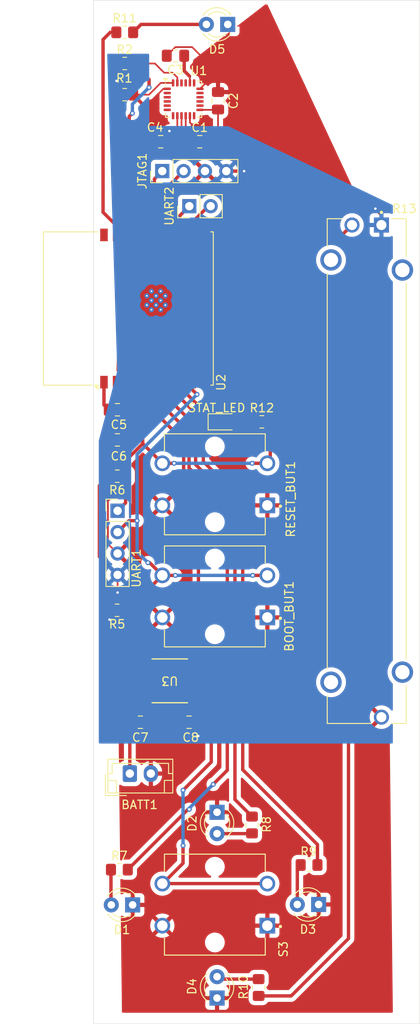
<source format=kicad_pcb>
(kicad_pcb (version 20241229) (generator "pcbnew") (generator_version "9.0")
  (layers (0 "F.Cu" signal) (2 "B.Cu" signal) (13 "F.Paste" user) (15 "B.Paste" user) (5 "F.SilkS" user "F.Silkscreen") (7 "B.SilkS" user "B.Silkscreen") (1 "F.Mask" user) (3 "B.Mask" user) (25 "Edge.Cuts" user))
  (net 0 "")
  (net 1 "GND")
  (net 2 "Net-(U1-REGOUT)")
  (net 3 "-3V3")
  (net 4 "Net-(U1-CPOUT)")
  (net 5 "/BAT+")
  (net 6 "Net-(D1-A)")
  (net 7 "Net-(D2-A)")
  (net 8 "Net-(D3-A)")
  (net 9 "Net-(D4-A)")
  (net 10 "Net-(D5-A)")
  (net 11 "Net-(STAT_LED1-A)")
  (net 12 "/D+")
  (net 13 "/D-")
  (net 14 "/SDA")
  (net 15 "/SCL")
  (net 17 "/BOOT")
  (net 18 "/RESET")
  (net 19 "/LED1")
  (net 20 "/LED2")
  (net 21 "/LED3")
  (net 22 "/LED4")
  (net 23 "/IRLED")
  (net 36 "/SEL")
  (net 38 "/IO20{slash}RXD")
  (net 39 "/POT")
  (net 40 "/IO21{slash}TXD")
  (footprint "LED_SMD:LED_0805_2012Metric_Pad1.15x1.40mm_HandSolder" (layer "F.Cu") (at 104.875 79.76)
    (property "Reference" "STAT_LED" (at -0.835 -1.66 0) (layer "F.SilkS"))
    (property "Value" "D6")
    (pad "1" smd roundrect (at -1.025 0) (size 1.15 1.4) (layers "F.Cu" "F.Mask" "F.Paste") (roundrect_rratio 0.217391) (net 1 "GND"))
    (pad "2" smd roundrect (at 1.025 0) (size 1.15 1.4) (layers "F.Cu" "F.Mask" "F.Paste") (roundrect_rratio 0.217391) (net 11 "Net-(STAT_LED1-A)"))
  )
  (footprint "Resistor_SMD:R_0805_2012Metric_Pad1.20x1.40mm_HandSolder" (layer "F.Cu") (at 109.41 79.76)
    (property "Reference" "R12" (at 0 -1.65 0) (layer "F.SilkS"))
    (property "Value" "330")
    (pad "1" smd roundrect (at -1 0) (size 1.2 1.4) (layers "F.Cu" "F.Mask" "F.Paste") (roundrect_rratio 0.208333) (net 11 "Net-(STAT_LED1-A)"))
    (pad "2" smd roundrect (at 1 0) (size 1.2 1.4) (layers "F.Cu" "F.Mask" "F.Paste") (roundrect_rratio 0.208333) (net 18 "/RESET"))
  )
  (footprint "Resistor_SMD:R_0805_2012Metric_Pad1.20x1.40mm_HandSolder" (layer "F.Cu") (at 92.451695 132.988227)
    (property "Reference" "R7" (at 0 -1.65 0) (layer "F.SilkS"))
    (property "Value" "330")
    (pad "1" smd roundrect (at -1 0) (size 1.2 1.4) (layers "F.Cu" "F.Mask" "F.Paste") (roundrect_rratio 0.208333) (net 6 "Net-(D1-A)"))
    (pad "2" smd roundrect (at 1 0) (size 1.2 1.4) (layers "F.Cu" "F.Mask" "F.Paste") (roundrect_rratio 0.208333) (net 19 "/LED1"))
  )
  (footprint "Capacitor_SMD:C_0805_2012Metric_Pad1.18x1.45mm_HandSolder" (layer "F.Cu") (at 104.193201 41.593802 90)
    (property "Reference" "C2" (at -0.016288 1.840574 90) (layer "F.SilkS"))
    (property "Value" "0.1uF")
    (pad "1" smd roundrect (at -1.0375 0 90) (size 1.175 1.45) (layers "F.Cu" "F.Mask" "F.Paste") (roundrect_rratio 0.212766) (net 3 "-3V3"))
    (pad "2" smd roundrect (at 1.0375 0 90) (size 1.175 1.45) (layers "F.Cu" "F.Mask" "F.Paste") (roundrect_rratio 0.212766) (net 1 "GND"))
  )
  (footprint "Resistor_SMD:R_0805_2012Metric_Pad1.20x1.40mm_HandSolder" (layer "F.Cu") (at 92.2 86.22 180)
    (property "Reference" "R6" (at 0 -1.65 0) (layer "F.SilkS"))
    (property "Value" "10k")
    (pad "1" smd roundrect (at -1 0 180) (size 1.2 1.4) (layers "F.Cu" "F.Mask" "F.Paste") (roundrect_rratio 0.208333) (net 18 "/RESET"))
    (pad "2" smd roundrect (at 1 0 180) (size 1.2 1.4) (layers "F.Cu" "F.Mask" "F.Paste") (roundrect_rratio 0.208333) (net 3 "-3V3"))
  )
  (footprint "Sensor_Motion:InvenSense_QFN-24_4x4mm_P0.5mm" (layer "F.Cu") (at 100.097607 41.422409)
    (property "Reference" "U1" (at 1.80988 -3.400533 0) (layer "F.SilkS"))
    (property "Value" "MPU-6050")
    (pad "1" smd roundrect (at -1.95 -1.25) (size 0.85 0.3) (layers "F.Cu" "F.Mask" "F.Paste") (net 1 "GND"))
    (pad "2" smd roundrect (at -1.95 -0.75) (size 0.85 0.3) (layers "F.Cu" "F.Mask" "F.Paste"))
    (pad "3" smd roundrect (at -1.95 -0.25) (size 0.85 0.3) (layers "F.Cu" "F.Mask" "F.Paste"))
    (pad "4" smd roundrect (at -1.95 0.25) (size 0.85 0.3) (layers "F.Cu" "F.Mask" "F.Paste"))
    (pad "5" smd roundrect (at -1.95 0.75) (size 0.85 0.3) (layers "F.Cu" "F.Mask" "F.Paste"))
    (pad "6" smd roundrect (at -1.95 1.25) (size 0.85 0.3) (layers "F.Cu" "F.Mask" "F.Paste"))
    (pad "7" smd roundrect (at -1.25 1.95 90) (size 0.85 0.3) (layers "F.Cu" "F.Mask" "F.Paste"))
    (pad "8" smd roundrect (at -0.75 1.95 90) (size 0.85 0.3) (layers "F.Cu" "F.Mask" "F.Paste") (net 3 "-3V3"))
    (pad "9" smd roundrect (at -0.25 1.95 90) (size 0.85 0.3) (layers "F.Cu" "F.Mask" "F.Paste") (net 1 "GND"))
    (pad "10" smd roundrect (at 0.25 1.95 90) (size 0.85 0.3) (layers "F.Cu" "F.Mask" "F.Paste") (net 2 "Net-(U1-REGOUT)"))
    (pad "11" smd roundrect (at 0.75 1.95 90) (size 0.85 0.3) (layers "F.Cu" "F.Mask" "F.Paste") (net 1 "GND"))
    (pad "12" smd roundrect (at 1.25 1.95 90) (size 0.85 0.3) (layers "F.Cu" "F.Mask" "F.Paste"))
    (pad "13" smd roundrect (at 1.95 1.25) (size 0.85 0.3) (layers "F.Cu" "F.Mask" "F.Paste") (net 3 "-3V3"))
    (pad "14" smd roundrect (at 1.95 0.75) (size 0.85 0.3) (layers "F.Cu" "F.Mask" "F.Paste"))
    (pad "15" smd roundrect (at 1.95 0.25) (size 0.85 0.3) (layers "F.Cu" "F.Mask" "F.Paste"))
    (pad "16" smd roundrect (at 1.95 -0.25) (size 0.85 0.3) (layers "F.Cu" "F.Mask" "F.Paste"))
    (pad "17" smd roundrect (at 1.95 -0.75) (size 0.85 0.3) (layers "F.Cu" "F.Mask" "F.Paste"))
    (pad "18" smd roundrect (at 1.95 -1.25) (size 0.85 0.3) (layers "F.Cu" "F.Mask" "F.Paste") (net 1 "GND"))
    (pad "19" smd roundrect (at 1.25 -1.95 90) (size 0.85 0.3) (layers "F.Cu" "F.Mask" "F.Paste"))
    (pad "20" smd roundrect (at 0.75 -1.95 90) (size 0.85 0.3) (layers "F.Cu" "F.Mask" "F.Paste") (net 4 "Net-(U1-CPOUT)"))
    (pad "21" smd roundrect (at 0.25 -1.95 90) (size 0.85 0.3) (layers "F.Cu" "F.Mask" "F.Paste"))
    (pad "22" smd roundrect (at -0.25 -1.95 90) (size 0.85 0.3) (layers "F.Cu" "F.Mask" "F.Paste"))
    (pad "23" smd roundrect (at -0.75 -1.95 90) (size 0.85 0.3) (layers "F.Cu" "F.Mask" "F.Paste") (net 15 "/SCL"))
    (pad "24" smd roundrect (at -1.25 -1.95 90) (size 0.85 0.3) (layers "F.Cu" "F.Mask" "F.Paste") (net 14 "/SDA"))
    (zone (net 0) (net_name "") (layer "F.Cu") (connect_pads (clearance 0)) (min_thickness 0.254)
      (keepout (tracks not_allowed) (vias not_allowed) (pads not_allowed) (copperpour not_allowed) (footprints allowed))
      (fill (thermal_gap 0.508) (thermal_bridge_width 0.508))
      (polygon (pts (xy 98.722607 40.097409) (xy 101.472607 40.097409) (xy 101.472607 42.747409) (xy 98.722607 42.747409)))
    )
  )
  (footprint "Capacitor_SMD:C_0805_2012Metric_Pad1.18x1.45mm_HandSolder" (layer "F.Cu") (at 97.37 46.46218 180)
    (property "Reference" "C4" (at 0.67 1.70218 0) (layer "F.SilkS"))
    (property "Value" "10nF")
    (pad "1" smd roundrect (at -1.0375 0 180) (size 1.175 1.45) (layers "F.Cu" "F.Mask" "F.Paste") (roundrect_rratio 0.212766) (net 3 "-3V3"))
    (pad "2" smd roundrect (at 1.0375 0 180) (size 1.175 1.45) (layers "F.Cu" "F.Mask" "F.Paste") (roundrect_rratio 0.212766) (net 1 "GND"))
  )
  (footprint "Capacitor_SMD:C_0805_2012Metric_Pad1.18x1.45mm_HandSolder" (layer "F.Cu") (at 92.22 78.32)
    (property "Reference" "C5" (at 0.1725 1.776387 0) (layer "F.SilkS"))
    (property "Value" "10uF")
    (pad "1" smd roundrect (at -1.0375 0) (size 1.175 1.45) (layers "F.Cu" "F.Mask" "F.Paste") (roundrect_rratio 0.212766) (net 3 "-3V3"))
    (pad "2" smd roundrect (at 1.0375 0) (size 1.175 1.45) (layers "F.Cu" "F.Mask" "F.Paste") (roundrect_rratio 0.212766) (net 1 "GND"))
  )
  (footprint "Resistor_SMD:R_0805_2012Metric_Pad1.20x1.40mm_HandSolder" (layer "F.Cu") (at 108.236042 127.678607 90)
    (property "Reference" "R8" (at 0.069376 1.734393 90) (layer "F.SilkS"))
    (property "Value" "330")
    (pad "1" smd roundrect (at -1 0 90) (size 1.2 1.4) (layers "F.Cu" "F.Mask" "F.Paste") (roundrect_rratio 0.208333) (net 7 "Net-(D2-A)"))
    (pad "2" smd roundrect (at 1 0 90) (size 1.2 1.4) (layers "F.Cu" "F.Mask" "F.Paste") (roundrect_rratio 0.208333) (net 20 "/LED2"))
  )
  (footprint "Lin_Volt_Reg_foot:AP2112M-3.3TRG1_DIO" (layer "F.Cu") (at 98.448938 110.545101 180)
    (property "Reference" "U3" (at 0 0 180) (layer "F.SilkS"))
    (property "Value" "LDO_3.3")
    (pad "1" smd rect (at -2.6924 -1.905 180) (size 1.4224 0.5588) (layers "F.Cu" "F.Mask" "F.Paste") (net 3 "-3V3"))
    (pad "2" smd rect (at -2.6924 -0.635 180) (size 1.4224 0.5588) (layers "F.Cu" "F.Mask" "F.Paste"))
    (pad "3" smd rect (at -2.6924 0.635 180) (size 1.4224 0.5588) (layers "F.Cu" "F.Mask" "F.Paste"))
    (pad "4" smd rect (at -2.6924 1.905 180) (size 1.4224 0.5588) (layers "F.Cu" "F.Mask" "F.Paste"))
    (pad "5" smd rect (at 2.6924 1.905 180) (size 1.4224 0.5588) (layers "F.Cu" "F.Mask" "F.Paste") (net 5 "/BAT+"))
    (pad "6" smd rect (at 2.6924 0.635 180) (size 1.4224 0.5588) (layers "F.Cu" "F.Mask" "F.Paste") (net 1 "GND"))
    (pad "7" smd rect (at 2.6924 -0.635 180) (size 1.4224 0.5588) (layers "F.Cu" "F.Mask" "F.Paste") (net 1 "GND"))
    (pad "8" smd rect (at 2.6924 -1.905 180) (size 1.4224 0.5588) (layers "F.Cu" "F.Mask" "F.Paste") (net 5 "/BAT+"))
  )
  (footprint "Resistor_SMD:R_0805_2012Metric_Pad1.20x1.40mm_HandSolder" (layer "F.Cu") (at 92.18 102.16 180)
    (property "Reference" "R5" (at 0 -1.65 0) (layer "F.SilkS"))
    (property "Value" "10k")
    (pad "1" smd roundrect (at -1 0 180) (size 1.2 1.4) (layers "F.Cu" "F.Mask" "F.Paste") (roundrect_rratio 0.208333) (net 17 "/BOOT"))
    (pad "2" smd roundrect (at 1 0 180) (size 1.2 1.4) (layers "F.Cu" "F.Mask" "F.Paste") (roundrect_rratio 0.208333) (net 3 "-3V3"))
  )
  (footprint "B3F_4055:SW_B3F-4055" (layer "F.Cu") (at 103.816398 137.146342 180)
    (property "Reference" "S3" (at -8.153602 -5.302117 90) (layer "F.SilkS"))
    (property "Value" "B3F-4055")
    (pad "" np_thru_hole circle (at 0 -4.5 180) (size 1.85 1.85) (drill 1.85) (layers "*.Cu" "*.Mask"))
    (pad "" np_thru_hole circle (at 0 4.5 180) (size 1.85 1.85) (drill 1.85) (layers "*.Cu" "*.Mask"))
    (pad "1" thru_hole rect (at -6.25 -2.5 180) (size 1.875 1.875) (drill 1.25) (layers "*.Cu" "*.Mask") (net 1 "GND"))
    (pad "2" thru_hole circle (at 6.25 -2.5 180) (size 1.875 1.875) (drill 1.25) (layers "*.Cu" "*.Mask") (net 1 "GND"))
    (pad "3" thru_hole circle (at -6.25 2.5 180) (size 1.875 1.875) (drill 1.25) (layers "*.Cu" "*.Mask") (net 36 "/SEL"))
    (pad "4" thru_hole circle (at 6.25 2.5 180) (size 1.875 1.875) (drill 1.25) (layers "*.Cu" "*.Mask") (net 36 "/SEL"))
  )
  (footprint "Resistor_SMD:R_0805_2012Metric_Pad1.20x1.40mm_HandSolder" (layer "F.Cu") (at 93.09 37.164092)
    (property "Reference" "R2" (at 0 -1.65 0) (layer "F.SilkS"))
    (property "Value" "4.7k")
    (pad "1" smd roundrect (at -1 0) (size 1.2 1.4) (layers "F.Cu" "F.Mask" "F.Paste") (roundrect_rratio 0.208333) (net 3 "-3V3"))
    (pad "2" smd roundrect (at 1 0) (size 1.2 1.4) (layers "F.Cu" "F.Mask" "F.Paste") (roundrect_rratio 0.208333) (net 15 "/SCL"))
  )
  (footprint "LED_THT:LED_D3.0mm" (layer "F.Cu") (at 94.03 137.18 180)
    (property "Reference" "D1" (at 1.27 -2.96 0) (layer "F.SilkS"))
    (property "Value" "LED1")
    (pad "1" thru_hole rect (at 0 0 180) (size 1.8 1.8) (drill 0.9) (layers "*.Cu" "*.Mask") (net 1 "GND"))
    (pad "2" thru_hole circle (at 2.54 0 180) (size 1.8 1.8) (drill 0.9) (layers "*.Cu" "*.Mask") (net 6 "Net-(D1-A)"))
  )
  (footprint "Connector_PinHeader_2.54mm:PinHeader_1x04_P2.54mm_Vertical" (layer "F.Cu") (at 92.24 90.33)
    (property "Reference" "UART1" (at 2.24 6.82 270) (layer "F.SilkS"))
    (property "Value" "Conn_01x04_Pin")
    (pad "1" thru_hole rect (at 0 0) (size 1.7 1.7) (drill 1) (layers "*.Cu" "*.Mask") (net 18 "/RESET"))
    (pad "2" thru_hole circle (at 0 2.54) (size 1.7 1.7) (drill 1) (layers "*.Cu" "*.Mask") (net 17 "/BOOT"))
    (pad "3" thru_hole circle (at 0 5.08) (size 1.7 1.7) (drill 1) (layers "*.Cu" "*.Mask") (net 1 "GND"))
    (pad "4" thru_hole circle (at 0 7.62) (size 1.7 1.7) (drill 1) (layers "*.Cu" "*.Mask") (net 3 "-3V3"))
  )
  (footprint "Capacitor_SMD:C_0805_2012Metric_Pad1.18x1.45mm_HandSolder" (layer "F.Cu") (at 100.75143 115.465494 180)
    (property "Reference" "C8" (at -0.187372 -1.811264 0) (layer "F.SilkS"))
    (property "Value" "1uF")
    (pad "1" smd roundrect (at -1.0375 0 180) (size 1.175 1.45) (layers "F.Cu" "F.Mask" "F.Paste") (roundrect_rratio 0.212766) (net 3 "-3V3"))
    (pad "2" smd roundrect (at 1.0375 0 180) (size 1.175 1.45) (layers "F.Cu" "F.Mask" "F.Paste") (roundrect_rratio 0.212766) (net 1 "GND"))
  )
  (footprint "Resistor_SMD:R_0805_2012Metric_Pad1.20x1.40mm_HandSolder" (layer "F.Cu") (at 93.09 40.87)
    (property "Reference" "R1" (at -0.05 -1.95 0) (layer "F.SilkS"))
    (property "Value" "4.7k")
    (pad "1" smd roundrect (at -1 0) (size 1.2 1.4) (layers "F.Cu" "F.Mask" "F.Paste") (roundrect_rratio 0.208333) (net 3 "-3V3"))
    (pad "2" smd roundrect (at 1 0) (size 1.2 1.4) (layers "F.Cu" "F.Mask" "F.Paste") (roundrect_rratio 0.208333) (net 14 "/SDA"))
  )
  (footprint "LED_THT:LED_D3.0mm" (layer "F.Cu") (at 116.17 137.13 180)
    (property "Reference" "D3" (at 1.27 -2.96 0) (layer "F.SilkS"))
    (property "Value" "LED3")
    (pad "1" thru_hole rect (at 0 0 180) (size 1.8 1.8) (drill 0.9) (layers "*.Cu" "*.Mask") (net 1 "GND"))
    (pad "2" thru_hole circle (at 2.54 0 180) (size 1.8 1.8) (drill 0.9) (layers "*.Cu" "*.Mask") (net 8 "Net-(D3-A)"))
  )
  (footprint "Resistor_SMD:R_0805_2012Metric_Pad1.20x1.40mm_HandSolder" (layer "F.Cu") (at 93.09 33.458183 180)
    (property "Reference" "R11" (at 0.016177 1.690293 0) (layer "F.SilkS"))
    (property "Value" "330")
    (pad "1" smd roundrect (at -1 0 180) (size 1.2 1.4) (layers "F.Cu" "F.Mask" "F.Paste") (roundrect_rratio 0.208333) (net 10 "Net-(D5-A)"))
    (pad "2" smd roundrect (at 1 0 180) (size 1.2 1.4) (layers "F.Cu" "F.Mask" "F.Paste") (roundrect_rratio 0.208333) (net 23 "/IRLED"))
  )
  (footprint "LED_THT:LED_D3.0mm" (layer "F.Cu") (at 105.348898 32.515045 180)
    (property "Reference" "D5" (at 1.27 -2.96 0) (layer "F.SilkS"))
    (property "Value" "IRLED")
    (pad "1" thru_hole rect (at 0 0 180) (size 1.8 1.8) (drill 0.9) (layers "*.Cu" "*.Mask") (net 1 "GND"))
    (pad "2" thru_hole circle (at 2.54 0 180) (size 1.8 1.8) (drill 0.9) (layers "*.Cu" "*.Mask") (net 10 "Net-(D5-A)"))
  )
  (footprint "Connector_PinHeader_2.54mm:PinHeader_1x04_P2.54mm_Vertical" (layer "F.Cu") (at 97.558295 49.952314 90)
    (property "Reference" "JTAG1" (at 0 -2.38 90) (layer "F.SilkS"))
    (property "Value" "Conn_01x04_Pin")
    (pad "1" thru_hole rect (at 0 0 90) (size 1.7 1.7) (drill 1) (layers "*.Cu" "*.Mask") (net 12 "/D+"))
    (pad "2" thru_hole circle (at 0 2.54 90) (size 1.7 1.7) (drill 1) (layers "*.Cu" "*.Mask") (net 13 "/D-"))
    (pad "3" thru_hole circle (at 0 5.08 90) (size 1.7 1.7) (drill 1) (layers "*.Cu" "*.Mask") (net 1 "GND"))
    (pad "4" thru_hole circle (at 0 7.62 90) (size 1.7 1.7) (drill 1) (layers "*.Cu" "*.Mask") (net 3 "-3V3"))
  )
  (footprint "PTA4543_2015CPB104:TRIM_PTA4543-2015CPB104" (layer "F.Cu") (at 121.89 85.6125 -90)
    (property "Reference" "R13" (at -31.1825 -4.49 180) (layer "F.SilkS"))
    (property "Value" "POT")
    (pad "1" thru_hole rect (at -29.25 -1.75 270) (size 1.8 1.8) (drill 1.2) (layers "*.Cu" "*.Mask") (net 3 "-3V3"))
    (pad "2" thru_hole circle (at -29.25 1.75 270) (size 1.8 1.8) (drill 1.2) (layers "*.Cu" "*.Mask") (net 39 "/POT"))
    (pad "3" thru_hole circle (at 29.25 -1.75 270) (size 1.8 1.8) (drill 1.2) (layers "*.Cu" "*.Mask") (net 1 "GND"))
    (pad "SH1" thru_hole circle (at -23.9 -4.25 270) (size 2.55 2.55) (drill 1.7) (layers "*.Cu" "*.Mask"))
    (pad "SH2" thru_hole circle (at -25.1 4.25 270) (size 2.55 2.55) (drill 1.7) (layers "*.Cu" "*.Mask"))
    (pad "SH3" thru_hole circle (at 23.9 -4.25 270) (size 2.55 2.55) (drill 1.7) (layers "*.Cu" "*.Mask"))
    (pad "SH4" thru_hole circle (at 25.1 4.25 270) (size 2.55 2.55) (drill 1.7) (layers "*.Cu" "*.Mask"))
  )
  (footprint "Connector_JST:JST_EH_B2B-EH-A_1x02_P2.50mm_Vertical" (layer "F.Cu") (at 93.697889 121.568313)
    (property "Reference" "BATT1" (at 1.155378 3.706426 0) (layer "F.SilkS"))
    (property "Value" "JST Conn")
    (pad "1" thru_hole roundrect (at 0 0) (size 1.7 2) (drill 1) (layers "*.Cu" "*.Mask") (roundrect_rratio 0.147059) (net 5 "/BAT+"))
    (pad "2" thru_hole oval (at 2.5 0) (size 1.7 2) (drill 1) (layers "*.Cu" "*.Mask") (net 1 "GND"))
  )
  (footprint "Capacitor_SMD:C_0805_2012Metric_Pad1.18x1.45mm_HandSolder" (layer "F.Cu") (at 92.22 81.905)
    (property "Reference" "C6" (at 0.1725 1.939806 0) (layer "F.SilkS"))
    (property "Value" "0.1uF")
    (pad "1" smd roundrect (at -1.0375 0) (size 1.175 1.45) (layers "F.Cu" "F.Mask" "F.Paste") (roundrect_rratio 0.212766) (net 3 "-3V3"))
    (pad "2" smd roundrect (at 1.0375 0) (size 1.175 1.45) (layers "F.Cu" "F.Mask" "F.Paste") (roundrect_rratio 0.212766) (net 1 "GND"))
  )
  (footprint "Resistor_SMD:R_0805_2012Metric_Pad1.20x1.40mm_HandSolder" (layer "F.Cu") (at 109.024573 147.000036 -90)
    (property "Reference" "R10" (at -0.039452 1.801715 90) (layer "F.SilkS"))
    (property "Value" "330")
    (pad "1" smd roundrect (at -1 0 270) (size 1.2 1.4) (layers "F.Cu" "F.Mask" "F.Paste") (roundrect_rratio 0.208333) (net 9 "Net-(D4-A)"))
    (pad "2" smd roundrect (at 1 0 270) (size 1.2 1.4) (layers "F.Cu" "F.Mask" "F.Paste") (roundrect_rratio 0.208333) (net 22 "/LED4"))
  )
  (footprint "LED_THT:LED_D3.0mm" (layer "F.Cu") (at 104.078898 148.252201 90)
    (property "Reference" "D4" (at 1.372201 -2.978898 90) (layer "F.SilkS"))
    (property "Value" "LED4")
    (pad "1" thru_hole rect (at 0 0 90) (size 1.8 1.8) (drill 0.9) (layers "*.Cu" "*.Mask") (net 1 "GND"))
    (pad "2" thru_hole circle (at 2.54 0 90) (size 1.8 1.8) (drill 0.9) (layers "*.Cu" "*.Mask") (net 9 "Net-(D4-A)"))
  )
  (footprint "Connector_PinHeader_2.54mm:PinHeader_1x02_P2.54mm_Vertical" (layer "F.Cu") (at 100.7772 54.124135 90)
    (property "Reference" "UART2" (at 0 -2.38 90) (layer "F.SilkS"))
    (property "Value" "Conn_01x02_Pin")
    (pad "1" thru_hole rect (at 0 0 90) (size 1.7 1.7) (drill 1) (layers "*.Cu" "*.Mask") (net 40 "/IO21{slash}TXD"))
    (pad "2" thru_hole circle (at 0 2.54 90) (size 1.7 1.7) (drill 1) (layers "*.Cu" "*.Mask") (net 38 "/IO20{slash}RXD"))
  )
  (footprint "Capacitor_SMD:C_0805_2012Metric_Pad1.18x1.45mm_HandSolder" (layer "F.Cu") (at 99.13 36.24 180)
    (property "Reference" "C3" (at 0 -1.68 0) (layer "F.SilkS"))
    (property "Value" "2.2nF")
    (pad "1" smd roundrect (at -1.0375 0 180) (size 1.175 1.45) (layers "F.Cu" "F.Mask" "F.Paste") (roundrect_rratio 0.212766) (net 4 "Net-(U1-CPOUT)"))
    (pad "2" smd roundrect (at 1.0375 0 180) (size 1.175 1.45) (layers "F.Cu" "F.Mask" "F.Paste") (roundrect_rratio 0.212766) (net 1 "GND"))
  )
  (footprint "LED_THT:LED_D3.0mm" (layer "F.Cu") (at 104.078898 126.168607 -90)
    (property "Reference" "D2" (at 1.337787 2.961225 90) (layer "F.SilkS"))
    (property "Value" "LED2")
    (pad "1" thru_hole rect (at 0 0 270) (size 1.8 1.8) (drill 0.9) (layers "*.Cu" "*.Mask") (net 1 "GND"))
    (pad "2" thru_hole circle (at 2.54 0 270) (size 1.8 1.8) (drill 0.9) (layers "*.Cu" "*.Mask") (net 7 "Net-(D2-A)"))
  )
  (footprint "Capacitor_SMD:C_0805_2012Metric_Pad1.18x1.45mm_HandSolder" (layer "F.Cu") (at 102.016663 46.46218)
    (property "Reference" "C1" (at 0 -1.68 0) (layer "F.SilkS"))
    (property "Value" "0.1uF")
    (pad "1" smd roundrect (at -1.0375 0) (size 1.175 1.45) (layers "F.Cu" "F.Mask" "F.Paste") (roundrect_rratio 0.212766) (net 2 "Net-(U1-REGOUT)"))
    (pad "2" smd roundrect (at 1.0375 0) (size 1.175 1.45) (layers "F.Cu" "F.Mask" "F.Paste") (roundrect_rratio 0.212766) (net 1 "GND"))
  )
  (footprint "Resistor_SMD:R_0805_2012Metric_Pad1.20x1.40mm_HandSolder" (layer "F.Cu") (at 115.028814 132.436623)
    (property "Reference" "R9" (at -0.056453 -1.58461 0) (layer "F.SilkS"))
    (property "Value" "330")
    (pad "1" smd roundrect (at -1 0) (size 1.2 1.4) (layers "F.Cu" "F.Mask" "F.Paste") (roundrect_rratio 0.208333) (net 8 "Net-(D3-A)"))
    (pad "2" smd roundrect (at 1 0) (size 1.2 1.4) (layers "F.Cu" "F.Mask" "F.Paste") (roundrect_rratio 0.208333) (net 21 "/LED3"))
  )
  (footprint "RF_Module:ESP32-C3-WROOM-02" (layer "F.Cu") (at 96.62 66.29 90)
    (property "Reference" "U2" (at -8.78 7.94 90) (layer "F.SilkS"))
    (property "Value" "ESP32-C3-WROOM-02")
    (pad "1" smd rect (at -8.75 -6 90) (size 1.5 0.9) (layers "F.Cu" "F.Mask" "F.Paste") (net 3 "-3V3"))
    (pad "2" smd rect (at -8.75 -4.5 90) (size 1.5 0.9) (layers "F.Cu" "F.Mask" "F.Paste") (net 18 "/RESET"))
    (pad "3" smd rect (at -8.75 -3 90) (size 1.5 0.9) (layers "F.Cu" "F.Mask" "F.Paste") (net 36 "/SEL"))
    (pad "4" smd rect (at -8.75 -1.5 90) (size 1.5 0.9) (layers "F.Cu" "F.Mask" "F.Paste") (net 19 "/LED1"))
    (pad "5" smd rect (at -8.75 0 90) (size 1.5 0.9) (layers "F.Cu" "F.Mask" "F.Paste") (net 20 "/LED2"))
    (pad "6" smd rect (at -8.75 1.5 90) (size 1.5 0.9) (layers "F.Cu" "F.Mask" "F.Paste") (net 21 "/LED3"))
    (pad "7" smd rect (at -8.75 3 90) (size 1.5 0.9) (layers "F.Cu" "F.Mask" "F.Paste") (net 22 "/LED4"))
    (pad "8" smd rect (at -8.75 4.5 90) (size 1.5 0.9) (layers "F.Cu" "F.Mask" "F.Paste") (net 17 "/BOOT"))
    (pad "9" smd rect (at -8.75 6 90) (size 1.5 0.9) (layers "F.Cu" "F.Mask" "F.Paste") (net 1 "GND"))
    (pad "10" smd rect (at 8.75 6 90) (size 1.5 0.9) (layers "F.Cu" "F.Mask" "F.Paste") (net 39 "/POT"))
    (pad "11" smd rect (at 8.75 4.5 90) (size 1.5 0.9) (layers "F.Cu" "F.Mask" "F.Paste") (net 38 "/IO20{slash}RXD"))
    (pad "12" smd rect (at 8.75 3 90) (size 1.5 0.9) (layers "F.Cu" "F.Mask" "F.Paste") (net 40 "/IO21{slash}TXD"))
    (pad "13" smd rect (at 8.75 1.5 90) (size 1.5 0.9) (layers "F.Cu" "F.Mask" "F.Paste") (net 13 "/D-"))
    (pad "14" smd rect (at 8.75 0 90) (size 1.5 0.9) (layers "F.Cu" "F.Mask" "F.Paste") (net 12 "/D+"))
    (pad "15" smd rect (at 8.75 -1.5 90) (size 1.5 0.9) (layers "F.Cu" "F.Mask" "F.Paste") (net 14 "/SDA"))
    (pad "16" smd rect (at 8.75 -3 90) (size 1.5 0.9) (layers "F.Cu" "F.Mask" "F.Paste") (net 15 "/SCL"))
    (pad "17" smd rect (at 8.75 -4.5 90) (size 1.5 0.9) (layers "F.Cu" "F.Mask" "F.Paste") (net 23 "/IRLED"))
    (pad "18" smd rect (at 8.75 -6 90) (size 1.5 0.9) (layers "F.Cu" "F.Mask" "F.Paste"))
    (pad "19" thru_hole circle (at -0.14 -0.35 90) (size 0.6 0.6) (drill 0.2) (property pad_prop_heatsink) (layers "*.Cu" "F.Mask") (net 1 "GND"))
    (pad "19" thru_hole circle (at -0.14 0.75 90) (size 0.6 0.6) (drill 0.2) (property pad_prop_heatsink) (layers "*.Cu" "F.Mask") (net 1 "GND"))
    (pad "19" thru_hole circle (at 0.41 -0.9 90) (size 0.6 0.6) (drill 0.2) (property pad_prop_heatsink) (layers "*.Cu" "F.Mask") (net 1 "GND"))
    (pad "19" thru_hole circle (at 0.41 0.2 90) (size 0.6 0.6) (drill 0.2) (property pad_prop_heatsink) (layers "*.Cu" "F.Mask") (net 1 "GND"))
    (pad "19" thru_hole circle (at 0.41 1.3 90) (size 0.6 0.6) (drill 0.2) (property pad_prop_heatsink) (layers "*.Cu" "F.Mask") (net 1 "GND"))
    (pad "19" thru_hole circle (at 0.96 -0.35 90) (size 0.6 0.6) (drill 0.2) (property pad_prop_heatsink) (layers "*.Cu" "F.Mask") (net 1 "GND"))
    (pad "19" smd rect (at 0.96 0.2 90) (size 2.9 2.9) (property pad_prop_heatsink) (layers "F.Cu" "F.Mask") (net 1 "GND"))
    (pad "19" thru_hole circle (at 0.96 0.75 90) (size 0.6 0.6) (drill 0.2) (property pad_prop_heatsink) (layers "*.Cu" "F.Mask") (net 1 "GND"))
    (pad "19" thru_hole circle (at 1.51 -0.9 90) (size 0.6 0.6) (drill 0.2) (property pad_prop_heatsink) (layers "*.Cu" "F.Mask") (net 1 "GND"))
    (pad "19" thru_hole circle (at 1.51 0.2 90) (size 0.6 0.6) (drill 0.2) (property pad_prop_heatsink) (layers "*.Cu" "F.Mask") (net 1 "GND"))
    (pad "19" thru_hole circle (at 1.51 1.3 90) (size 0.6 0.6) (drill 0.2) (property pad_prop_heatsink) (layers "*.Cu" "F.Mask") (net 1 "GND"))
    (pad "19" thru_hole circle (at 2.06 -0.35 90) (size 0.6 0.6) (drill 0.2) (property pad_prop_heatsink) (layers "*.Cu" "F.Mask") (net 1 "GND"))
    (pad "19" thru_hole circle (at 2.06 0.75 90) (size 0.6 0.6) (drill 0.2) (property pad_prop_heatsink) (layers "*.Cu" "F.Mask") (net 1 "GND"))
    (zone (net 0) (net_name "") (layers "F.Cu" "B.Cu") (connect_pads (clearance 0)) (min_thickness 0.254)
      (keepout (tracks not_allowed) (vias not_allowed) (pads not_allowed) (copperpour not_allowed) (footprints not_allowed))
      (fill (thermal_gap 0.508) (thermal_bridge_width 0.508))
      (polygon (pts (xy 89.52 80.29) (xy 89.52 52.29) (xy 78.52 52.29) (xy 78.52 80.29)))
    )
  )
  (footprint "Capacitor_SMD:C_0805_2012Metric_Pad1.18x1.45mm_HandSolder" (layer "F.Cu") (at 94.947889 115.465494)
    (property "Reference" "C7" (at -0.002484 1.81309 0) (layer "F.SilkS"))
    (property "Value" "1uF")
    (pad "1" smd roundrect (at -1.0375 0) (size 1.175 1.45) (layers "F.Cu" "F.Mask" "F.Paste") (roundrect_rratio 0.212766) (net 5 "/BAT+"))
    (pad "2" smd roundrect (at 1.0375 0) (size 1.175 1.45) (layers "F.Cu" "F.Mask" "F.Paste") (roundrect_rratio 0.212766) (net 1 "GND"))
  )
  (footprint "B3F_4055:SW_B3F-4055" (layer "F.Cu") (at 103.816398 100.509039 180)
    (property "Reference" "BOOT_BUT1" (at -8.853602 -2.370961 90) (layer "F.SilkS"))
    (property "Value" "B3F-4055")
    (pad "" np_thru_hole circle (at 0 -4.5 180) (size 1.85 1.85) (drill 1.85) (layers "*.Cu" "*.Mask"))
    (pad "" np_thru_hole circle (at 0 4.5 180) (size 1.85 1.85) (drill 1.85) (layers "*.Cu" "*.Mask"))
    (pad "1" thru_hole rect (at -6.25 -2.5 180) (size 1.875 1.875) (drill 1.25) (layers "*.Cu" "*.Mask") (net 1 "GND"))
    (pad "2" thru_hole circle (at 6.25 -2.5 180) (size 1.875 1.875) (drill 1.25) (layers "*.Cu" "*.Mask") (net 1 "GND"))
    (pad "3" thru_hole circle (at -6.25 2.5 180) (size 1.875 1.875) (drill 1.25) (layers "*.Cu" "*.Mask") (net 17 "/BOOT"))
    (pad "4" thru_hole circle (at 6.25 2.5 180) (size 1.875 1.875) (drill 1.25) (layers "*.Cu" "*.Mask") (net 17 "/BOOT"))
  )
  (footprint "B3F_4055:SW_B3F-4055" (layer "F.Cu") (at 103.816398 87.187073 180)
    (property "Reference" "RESET_BUT1" (at -9.023602 -1.772927 270) (layer "F.SilkS"))
    (property "Value" "B3F-4055")
    (pad "" np_thru_hole circle (at 0 -4.5 180) (size 1.85 1.85) (drill 1.85) (layers "*.Cu" "*.Mask"))
    (pad "" np_thru_hole circle (at 0 4.5 180) (size 1.85 1.85) (drill 1.85) (layers "*.Cu" "*.Mask"))
    (pad "1" thru_hole rect (at -6.25 -2.5 180) (size 1.875 1.875) (drill 1.25) (layers "*.Cu" "*.Mask") (net 1 "GND"))
    (pad "2" thru_hole circle (at 6.25 -2.5 180) (size 1.875 1.875) (drill 1.25) (layers "*.Cu" "*.Mask") (net 1 "GND"))
    (pad "3" thru_hole circle (at -6.25 2.5 180) (size 1.875 1.875) (drill 1.25) (layers "*.Cu" "*.Mask") (net 18 "/RESET"))
    (pad "4" thru_hole circle (at 6.25 2.5 180) (size 1.875 1.875) (drill 1.25) (layers "*.Cu" "*.Mask") (net 18 "/RESET"))
  )
  (gr_rect (start 89.37 29.64) (end 128.21 151.32) (stroke (width 0.05)) (fill no) (layer "Edge.Cuts"))
  (segment (start 102.630016 39.59) (end 102.99 39.59) (width 0.2) (layer "F.Cu") (net 1))
  (segment (start 98.0925 36.24) (end 99.1185 35.214) (width 0.2) (layer "F.Cu") (net 1))
  (segment (start 97.07 40.791192) (end 97.07 40.87) (width 0.2) (layer "F.Cu") (net 1))
  (segment (start 92.29 87.978) (end 92.29 84.67) (width 0.2) (layer "F.Cu") (net 1))
  (segment (start 100.847607 44.177607) (end 101.13 44.46) (width 0.2) (layer "F.Cu") (net 1))
  (segment (start 93.2575 78.32) (end 93.2575 79.3575) (width 0.2) (layer "F.Cu") (net 1))
  (segment (start 91.089 94.259) (end 91.089 89.179) (width 0.2) (layer "F.Cu") (net 1))
  (segment (start 103.85 79.76) (end 103.85 81.1) (width 0.2) (layer "F.Cu") (net 1))
  (segment (start 102.047607 40.172409) (end 102.630016 39.59) (width 0.2) (layer "F.Cu") (net 1))
  (segment (start 99.847607 46.142393) (end 99.66 46.33) (width 0.2) (layer "F.Cu") (net 1))
  (segment (start 103.85 81.1) (end 103.86 81.11) (width 0.2) (layer "F.Cu") (net 1))
  (segment (start 98.147607 40.172409) (end 97.688783 40.172409) (width 0.2) (layer "F.Cu") (net 1))
  (segment (start 100.847607 43.372409) (end 100.847607 44.177607) (width 0.2) (layer "F.Cu") (net 1))
  (segment (start 97.688783 40.172409) (end 97.07 40.791192) (width 0.2) (layer "F.Cu") (net 1))
  (segment (start 101.114 35.214) (end 102.11 36.21) (width 0.2) (layer "F.Cu") (net 1))
  (segment (start 92.24 95.41) (end 91.089 94.259) (width 0.2) (layer "F.Cu") (net 1))
  (segment (start 99.847607 43.372409) (end 99.847607 46.142393) (width 0.2) (layer "F.Cu") (net 1))
  (segment (start 99.1185 35.214) (end 101.114 35.214) (width 0.2) (layer "F.Cu") (net 1))
  (segment (start 91.089 89.179) (end 92.29 87.978) (width 0.2) (layer "F.Cu") (net 1))
  (segment (start 93.2575 79.3575) (end 93.27 79.37) (width 0.2) (layer "F.Cu") (net 1))
  (segment (start 100.347607 45.830624) (end 100.979163 46.46218) (width 0.2) (layer "F.Cu") (net 2))
  (segment (start 100.347607 43.372409) (end 100.347607 45.830624) (width 0.2) (layer "F.Cu") (net 2))
  (segment (start 105.178295 49.952314) (end 107.292314 49.952314) (width 0.4) (layer "F.Cu") (net 3))
  (segment (start 90.62 75.04) (end 90.62 77.7575) (width 0.4) (layer "F.Cu") (net 3))
  (segment (start 101.141338 114.817902) (end 101.78893 115.465494) (width 0.4) (layer "F.Cu") (net 3))
  (segment (start 92.09 37.164092) (end 92.09 39.21) (width 0.4) (layer "F.Cu") (net 3))
  (segment (start 92.09 40.87) (end 92.09 39.25) (width 0.4) (layer "F.Cu") (net 3))
  (segment (start 90.071 95.781) (end 92.24 97.95) (width 0.4) (layer "F.Cu") (net 3))
  (segment (start 91.1825 78.32) (end 91.1825 81.905) (width 0.4) (layer "F.Cu") (net 3))
  (segment (start 101.141338 112.450101) (end 101.141338 114.817902) (width 0.4) (layer "F.Cu") (net 3))
  (segment (start 98.4075 45.1925) (end 98.41 45.19) (width 0.2) (layer "F.Cu") (net 3))
  (segment (start 92.09 39.25) (end 92.11 39.23) (width 0.4) (layer "F.Cu") (net 3))
  (segment (start 91.1825 86.1635) (end 91.1825 81.905) (width 0.6) (layer "F.Cu") (net 3))
  (segment (start 98.4075 46.46218) (end 98.4075 45.1925) (width 0.2) (layer "F.Cu") (net 3))
  (segment (start 92.24 97.95) (end 92.24 100.05) (width 0.2) (layer "F.Cu") (net 3))
  (segment (start 104.152094 42.672409) (end 104.193201 42.631302) (width 0.2) (layer "F.Cu") (net 3))
  (segment (start 123.64 55.14) (end 122.92 54.42) (width 0.4) (layer "F.Cu") (net 3))
  (segment (start 92.09 39.21) (end 92.11 39.23) (width 0.4) (layer "F.Cu") (net 3))
  (segment (start 102.047607 42.672409) (end 104.152094 42.672409) (width 0.2) (layer "F.Cu") (net 3))
  (segment (start 91.18 102.16) (end 91.18 103.17) (width 0.2) (layer "F.Cu") (net 3))
  (segment (start 91.18 103.17) (end 91.28 103.27) (width 0.2) (layer "F.Cu") (net 3))
  (segment (start 107.292314 49.952314) (end 107.3 49.96) (width 0.4) (layer "F.Cu") (net 3))
  (segment (start 91.2 86.22) (end 90.071 87.349) (width 0.4) (layer "F.Cu") (net 3))
  (segment (start 101.78893 115.465494) (end 101.78893 117.05893) (width 0.4) (layer "F.Cu") (net 3))
  (segment (start 104.193201 48.96722) (end 105.178295 49.952314) (width 0.2) (layer "F.Cu") (net 3))
  (segment (start 90.071 87.349) (end 90.071 95.781) (width 0.4) (layer "F.Cu") (net 3))
  (segment (start 90.62 77.7575) (end 91.1825 78.32) (width 0.4) (layer "F.Cu") (net 3))
  (segment (start 99.347607 45.522073) (end 98.4075 46.46218) (width 0.2) (layer "F.Cu") (net 3))
  (segment (start 99.347607 43.372409) (end 99.347607 45.522073) (width 0.2) (layer "F.Cu") (net 3))
  (segment (start 123.64 56.3625) (end 123.64 55.14) (width 0.4) (layer "F.Cu") (net 3))
  (segment (start 101.78893 117.05893) (end 101.84 117.11) (width 0.4) (layer "F.Cu") (net 3))
  (segment (start 104.193201 42.631302) (end 104.193201 48.96722) (width 0.2) (layer "F.Cu") (net 3))
  (via (at 98.41 45.19) (size 0.6) (drill 0.3) (layers "F.Cu" "B.Cu") (net 3))
  (via (at 91.28 103.27) (size 0.6) (drill 0.3) (layers "F.Cu" "B.Cu") (net 3))
  (via (at 92.24 100.05) (size 0.6) (drill 0.3) (layers "F.Cu" "B.Cu") (net 3))
  (via (at 92.11 39.23) (size 0.6) (drill 0.3) (layers "F.Cu" "B.Cu") (net 3))
  (via (at 107.3 49.96) (size 0.6) (drill 0.3) (layers "F.Cu" "B.Cu") (net 3))
  (via (at 122.92 54.42) (size 0.6) (drill 0.3) (layers "F.Cu" "B.Cu") (net 3))
  (via (at 101.84 117.11) (size 0.6) (drill 0.3) (layers "F.Cu" "B.Cu") (net 3))
  (segment (start 100.847607 38.717607) (end 100.8 38.67) (width 0.2) (layer "F.Cu") (net 4))
  (segment (start 100.1675 38.042286) (end 100.1675 36.24) (width 0.4) (layer "F.Cu") (net 4))
  (segment (start 100.847607 39.472409) (end 100.847607 38.717607) (width 0.2) (layer "F.Cu") (net 4))
  (segment (start 100.172286 38.042286) (end 100.8 38.67) (width 0.4) (layer "F.Cu") (net 4))
  (segment (start 100.1675 38.042286) (end 100.172286 38.042286) (width 0.4) (layer "F.Cu") (net 4))
  (segment (start 93.697889 115.677994) (end 93.910389 115.465494) (width 0.4) (layer "F.Cu") (net 5))
  (segment (start 93.910389 110.05445) (end 93.910389 113.096569) (width 0.4) (layer "F.Cu") (net 5))
  (segment (start 95.324738 108.640101) (end 93.910389 110.05445) (width 0.4) (layer "F.Cu") (net 5))
  (segment (start 94.556857 112.450101) (end 93.910389 113.096569) (width 0.4) (layer "F.Cu") (net 5))
  (segment (start 93.910389 113.096569) (end 93.910389 115.465494) (width 0.4) (layer "F.Cu") (net 5))
  (segment (start 95.756538 112.450101) (end 94.556857 112.450101) (width 0.4) (layer "F.Cu") (net 5))
  (segment (start 93.697889 121.568313) (end 93.697889 115.677994) (width 0.4) (layer "F.Cu") (net 5))
  (segment (start 95.756538 108.640101) (end 95.324738 108.640101) (width 0.4) (layer "F.Cu") (net 5))
  (segment (start 91.451695 132.988227) (end 91.451695 137.141695) (width 0.4) (layer "F.Cu") (net 6))
  (segment (start 91.451695 137.141695) (end 91.49 137.18) (width 0.4) (layer "F.Cu") (net 6))
  (segment (start 104.078898 128.708607) (end 108.206042 128.708607) (width 0.4) (layer "F.Cu") (net 7))
  (segment (start 108.206042 128.708607) (end 108.236042 128.678607) (width 0.4) (layer "F.Cu") (net 7))
  (segment (start 113.63 132.835437) (end 114.028814 132.436623) (width 0.4) (layer "F.Cu") (net 8))
  (segment (start 113.63 137.13) (end 113.63 132.835437) (width 0.4) (layer "F.Cu") (net 8))
  (segment (start 104.366733 146.000036) (end 104.078898 145.712201) (width 0.4) (layer "F.Cu") (net 9))
  (segment (start 109.024573 146.000036) (end 104.366733 146.000036) (width 0.4) (layer "F.Cu") (net 9))
  (segment (start 102.808898 32.515045) (end 95.033138 32.515045) (width 0.4) (layer "F.Cu") (net 10))
  (segment (start 95.033138 32.515045) (end 94.09 33.458183) (width 0.4) (layer "F.Cu") (net 10))
  (segment (start 108.41 79.76) (end 105.9 79.76) (width 0.4) (layer "F.Cu") (net 11))
  (segment (start 97.558295 49.952314) (end 96.62 50.890609) (width 0.4) (layer "F.Cu") (net 12))
  (segment (start 96.62 50.890609) (end 96.62 57.54) (width 0.4) (layer "F.Cu") (net 12))
  (segment (start 98.12 51.930609) (end 98.12 57.54) (width 0.4) (layer "F.Cu") (net 13))
  (segment (start 100.098295 49.952314) (end 98.12 51.930609) (width 0.4) (layer "F.Cu") (net 13))
  (segment (start 95.12 41.9) (end 94.09 40.87) (width 0.4) (layer "F.Cu") (net 14))
  (segment (start 97.377591 39.472409) (end 95.98 40.87) (width 0.2) (layer "F.Cu") (net 14))
  (segment (start 95.98 40.87) (end 94.09 40.87) (width 0.2) (layer "F.Cu") (net 14))
  (segment (start 95.12 57.54) (end 95.12 41.9) (width 0.4) (layer "F.Cu") (net 14))
  (segment (start 98.847607 39.472409) (end 97.377591 39.472409) (width 0.2) (layer "F.Cu") (net 14))
  (segment (start 97.78 38.26) (end 98.79 38.26) (width 0.2) (layer "F.Cu") (net 15))
  (segment (start 93.62 43.46) (end 94 43.08) (width 0.4) (layer "F.Cu") (net 15))
  (segment (start 93.62 57.54) (end 93.62 43.46) (width 0.4) (layer "F.Cu") (net 15))
  (segment (start 95.985735 39.059827) (end 94.09 37.164092) (width 0.4) (layer "F.Cu") (net 15))
  (segment (start 95.985735 40.015735) (end 95.985735 39.059827) (width 0.4) (layer "F.Cu") (net 15))
  (segment (start 96.684092 37.164092) (end 97.78 38.26) (width 0.2) (layer "F.Cu") (net 15))
  (segment (start 99.347607 38.817607) (end 99.347607 39.472409) (width 0.2) (layer "F.Cu") (net 15))
  (segment (start 98.79 38.26) (end 99.347607 38.817607) (width 0.2) (layer "F.Cu") (net 15))
  (segment (start 94.09 37.164092) (end 96.684092 37.164092) (width 0.2) (layer "F.Cu") (net 15))
  (via (at 94 43.08) (size 0.6) (drill 0.3) (layers "F.Cu" "B.Cu") (net 15))
  (via (at 95.985735 40.015735) (size 0.6) (drill 0.3) (layers "F.Cu" "B.Cu") (net 15))
  (segment (start 94 42.00147) (end 95.985735 40.015735) (width 0.4) (layer "B.Cu") (net 15))
  (segment (start 94 43.08) (end 94 42.00147) (width 0.4) (layer "B.Cu") (net 15))
  (segment (start 93.6 91.51) (end 92.24 92.87) (width 0.4) (layer "F.Cu") (net 17))
  (segment (start 96.057359 96.5) (end 97.566398 98.009039) (width 0.4) (layer "F.Cu") (net 17))
  (segment (start 93.18 102.16) (end 93.415437 102.16) (width 0.4) (layer "F.Cu") (net 17))
  (segment (start 101.12 75.04) (end 101.12 75.93) (width 0.4) (layer "F.Cu") (net 17))
  (segment (start 99.115534 98.009039) (end 99.115535 98.009038) (width 0.4) (layer "F.Cu") (net 17))
  (segment (start 93.415437 102.16) (end 97.566398 98.009039) (width 0.4) (layer "F.Cu") (net 17))
  (segment (start 97.566398 98.009039) (end 99.115534 98.009039) (width 0.4) (layer "F.Cu") (net 17))
  (segment (start 94.56 91.51) (end 93.6 91.51) (width 0.4) (layer "F.Cu") (net 17))
  (segment (start 108.317873 98.009038) (end 110.066398 98.009039) (width 0.4) (layer "F.Cu") (net 17))
  (segment (start 97.379039 98.009039) (end 97.566398 98.009039) (width 0.4) (layer "F.Cu") (net 17))
  (segment (start 95.85 96.5) (end 96.057359 96.5) (width 0.4) (layer "F.Cu") (net 17))
  (segment (start 101.12 75.93) (end 101.69 76.5) (width 0.4) (layer "F.Cu") (net 17))
  (via (at 99.115535 98.009038) (size 0.6) (drill 0.3) (layers "F.Cu" "B.Cu") (net 17))
  (via (at 95.85 96.5) (size 0.6) (drill 0.3) (layers "F.Cu" "B.Cu") (net 17))
  (via (at 101.69 76.5) (size 0.6) (drill 0.3) (layers "F.Cu" "B.Cu") (net 17))
  (via (at 108.317873 98.009038) (size 0.6) (drill 0.3) (layers "F.Cu" "B.Cu") (net 17))
  (via (at 94.56 91.51) (size 0.6) (drill 0.3) (layers "F.Cu" "B.Cu") (net 17))
  (segment (start 94.56 83.63) (end 94.56 91.51) (width 0.4) (layer "B.Cu") (net 17))
  (segment (start 99.115535 98.009038) (end 108.317873 98.009038) (width 0.4) (layer "B.Cu") (net 17))
  (segment (start 101.69 76.5) (end 94.56 83.63) (width 0.4) (layer "B.Cu") (net 17))
  (segment (start 94.56 91.51) (end 94.56 95.21) (width 0.4) (layer "B.Cu") (net 17))
  (segment (start 94.56 95.21) (end 95.85 96.5) (width 0.4) (layer "B.Cu") (net 17))
  (segment (start 93.2 84.380675) (end 93.2 86.22) (width 0.4) (layer "F.Cu") (net 18))
  (segment (start 108.263071 84.684638) (end 110.063963 84.684638) (width 0.4) (layer "F.Cu") (net 18))
  (segment (start 95.23 78.45) (end 95.23 82.350675) (width 0.4) (layer "F.Cu") (net 18))
  (segment (start 93.2 89.37) (end 92.24 90.33) (width 0.4) (layer "F.Cu") (net 18))
  (segment (start 92.12 75.04) (end 92.12 75.34) (width 0.4) (layer "F.Cu") (net 18))
  (segment (start 98.970094 84.687073) (end 98.972529 84.684638) (width 0.4) (layer "F.Cu") (net 18))
  (segment (start 95.23 82.350675) (end 97.566398 84.687073) (width 0.4) (layer "F.Cu") (net 18))
  (segment (start 92.12 75.34) (end 95.23 78.45) (width 0.4) (layer "F.Cu") (net 18))
  (segment (start 93.2 86.22) (end 93.2 89.37) (width 0.4) (layer "F.Cu") (net 18))
  (segment (start 110.063963 84.684638) (end 110.066398 84.687073) (width 0.4) (layer "F.Cu") (net 18))
  (segment (start 97.566398 84.687073) (end 98.970094 84.687073) (width 0.4) (layer "F.Cu") (net 18))
  (segment (start 95.23 82.350675) (end 93.2 84.380675) (width 0.4) (layer "F.Cu") (net 18))
  (segment (start 110.41 79.76) (end 110.41 84.343471) (width 0.4) (layer "F.Cu") (net 18))
  (segment (start 110.41 84.343471) (end 110.066398 84.687073) (width 0.4) (layer "F.Cu") (net 18))
  (via (at 108.263071 84.684638) (size 0.6) (drill 0.3) (layers "F.Cu" "B.Cu") (net 18))
  (via (at 98.972529 84.684638) (size 0.6) (drill 0.3) (layers "F.Cu" "B.Cu") (net 18))
  (segment (start 98.972529 84.684638) (end 108.263071 84.684638) (width 0.4) (layer "B.Cu") (net 18))
  (segment (start 105.296692 121.14323) (end 105.296692 121.173308) (width 0.4) (layer "F.Cu") (net 19))
  (segment (start 100.745787 83.235628) (end 100.745787 85.248622) (width 0.4) (layer "F.Cu") (net 19))
  (segment (start 95.12 75.362343) (end 100.469302 80.711645) (width 0.4) (layer "F.Cu") (net 19))
  (segment (start 95.12 75.04) (end 95.12 75.362343) (width 0.4) (layer "F.Cu") (net 19))
  (segment (start 105.296692 121.173308) (end 103.62 122.85) (width 0.4) (layer "F.Cu") (net 19))
  (segment (start 100.619922 125.82) (end 93.451695 132.988227) (width 0.4) (layer "F.Cu") (net 19))
  (segment (start 105.296692 89.799527) (end 105.296692 121.14323) (width 0.4) (layer "F.Cu") (net 19))
  (segment (start 100.745787 85.248622) (end 105.296692 89.799527) (width 0.4) (layer "F.Cu") (net 19))
  (segment (start 100.469302 80.711645) (end 100.469302 82.959143) (width 0.4) (layer "F.Cu") (net 19))
  (segment (start 100.469302 82.959143) (end 100.745787 83.235628) (width 0.4) (layer "F.Cu") (net 19))
  (segment (start 100.77 125.82) (end 100.619922 125.82) (width 0.4) (layer "F.Cu") (net 19))
  (via (at 103.62 122.85) (size 0.6) (drill 0.3) (layers "F.Cu" "B.Cu") (net 19))
  (via (at 100.77 125.82) (size 0.6) (drill 0.3) (layers "F.Cu" "B.Cu") (net 19))
  (segment (start 103.62 122.85) (end 100.77 125.7) (width 0.4) (layer "B.Cu") (net 19))
  (segment (start 100.77 125.7) (end 100.77 125.82) (width 0.4) (layer "B.Cu") (net 19))
  (segment (start 96.62 75.34) (end 101.53062 80.25062) (width 0.4) (layer "F.Cu") (net 20))
  (segment (start 101.53062 80.25062) (end 101.53062 84.842063) (width 0.4) (layer "F.Cu") (net 20))
  (segment (start 96.62 75.04) (end 96.62 75.34) (width 0.4) (layer "F.Cu") (net 20))
  (segment (start 106.208392 124.650957) (end 108.236042 126.678607) (width 0.4) (layer "F.Cu") (net 20))
  (segment (start 101.53062 84.842063) (end 106.208392 89.519835) (width 0.4) (layer "F.Cu") (net 20))
  (segment (start 106.208392 89.519835) (end 106.208392 124.650957) (width 0.4) (layer "F.Cu") (net 20))
  (segment (start 107.135733 121.11128) (end 116.028814 130.004361) (width 0.4) (layer "F.Cu") (net 21))
  (segment (start 98.12 75.04) (end 98.12 75.34) (width 0.4) (layer "F.Cu") (net 21))
  (segment (start 116.028814 130.004361) (end 116.028814 132.436623) (width 0.4) (layer "F.Cu") (net 21))
  (segment (start 107.135733 89.165902) (end 107.135733 121.11128) (width 0.4) (layer "F.Cu") (net 21))
  (segment (start 98.12 75.34) (end 102.440398 79.660398) (width 0.4) (layer "F.Cu") (net 21))
  (segment (start 102.440398 79.660398) (end 102.440398 84.470567) (width 0.4) (layer "F.Cu") (net 21))
  (segment (start 102.440398 84.470567) (end 107.135733 89.165902) (width 0.4) (layer "F.Cu") (net 21))
  (segment (start 119.720124 87.342544) (end 119.720124 141.178834) (width 0.4) (layer "F.Cu") (net 22))
  (segment (start 102.393733 78.36097) (end 110.73855 78.36097) (width 0.4) (layer "F.Cu") (net 22))
  (segment (start 110.73855 78.36097) (end 119.720124 87.342544) (width 0.4) (layer "F.Cu") (net 22))
  (segment (start 112.898922 148.000036) (end 109.024573 148.000036) (width 0.4) (layer "F.Cu") (net 22))
  (segment (start 99.62 75.04) (end 99.62 75.587237) (width 0.4) (layer "F.Cu") (net 22))
  (segment (start 99.62 75.587237) (end 102.393733 78.36097) (width 0.4) (layer "F.Cu") (net 22))
  (segment (start 119.720124 141.178834) (end 112.898922 148.000036) (width 0.4) (layer "F.Cu") (net 22))
  (segment (start 91.371817 33.458183) (end 90.51 34.32) (width 0.4) (layer "F.Cu") (net 23))
  (segment (start 90.51 34.32) (end 90.51 54.84) (width 0.4) (layer "F.Cu") (net 23))
  (segment (start 90.51 54.84) (end 92.12 56.45) (width 0.4) (layer "F.Cu") (net 23))
  (segment (start 92.09 33.458183) (end 91.371817 33.458183) (width 0.4) (layer "F.Cu") (net 23))
  (segment (start 92.12 57.54) (end 92.12 56.45) (width 0.4) (layer "F.Cu") (net 23))
  (segment (start 99.588637 81.510637) (end 99.588637 83.037597) (width 0.4) (layer "F.Cu") (net 36))
  (segment (start 101.86 107.19717) (end 103.385662 108.722832) (width 0.4) (layer "F.Cu") (net 36))
  (segment (start 93.62 75.542) (end 99.588637 81.510637) (width 0.4) (layer "F.Cu") (net 36))
  (segment (start 93.62 75.04) (end 93.62 75.542) (width 0.4) (layer "F.Cu") (net 36))
  (segment (start 100.029274 132.225007) (end 97.566398 134.687883) (width 0.4) (layer "F.Cu") (net 36))
  (segment (start 97.566398 134.646342) (end 110.066398 134.646342) (width 0.4) (layer "F.Cu") (net 36))
  (segment (start 103.385662 108.722832) (end 103.385662 120.191113) (width 0.4) (layer "F.Cu") (net 36))
  (segment (start 100.10508 83.55404) (end 100.10508 88.53508) (width 0.4) (layer "F.Cu") (net 36))
  (segment (start 101.86 90.29) (end 101.86 107.19717) (width 0.4) (layer "F.Cu") (net 36))
  (segment (start 100.029274 130.124494) (end 100.029274 132.225007) (width 0.4) (layer "F.Cu") (net 36))
  (segment (start 99.588637 83.037597) (end 100.10508 83.55404) (width 0.4) (layer "F.Cu") (net 36))
  (segment (start 103.385662 120.191113) (end 100.030088 123.546686) (width 0.4) (layer "F.Cu") (net 36))
  (segment (start 100.10508 88.53508) (end 101.86 90.29) (width 0.4) (layer "F.Cu") (net 36))
  (via (at 100.029274 130.124494) (size 0.6) (drill 0.3) (layers "F.Cu" "B.Cu") (net 36))
  (via (at 100.030088 123.546686) (size 0.6) (drill 0.3) (layers "F.Cu" "B.Cu") (net 36))
  (segment (start 100.030088 130.12368) (end 100.029274 130.124494) (width 0.4) (layer "B.Cu") (net 36))
  (segment (start 100.030088 123.546686) (end 100.030088 130.12368) (width 0.4) (layer "B.Cu") (net 36))
  (segment (start 103.045865 54.124135) (end 101.12 56.05) (width 0.4) (layer "F.Cu") (net 38))
  (segment (start 103.3172 54.124135) (end 103.045865 54.124135) (width 0.4) (layer "F.Cu") (net 38))
  (segment (start 101.12 56.05) (end 101.12 57.54) (width 0.4) (layer "F.Cu") (net 38))
  (segment (start 118.9625 57.54) (end 120.14 56.3625) (width 0.4) (layer "F.Cu") (net 39))
  (segment (start 102.62 57.54) (end 118.9625 57.54) (width 0.4) (layer "F.Cu") (net 39))
  (segment (start 100.7772 54.124135) (end 99.62 55.281335) (width 0.4) (layer "F.Cu") (net 40))
  (segment (start 99.62 55.281335) (end 99.62 57.54) (width 0.4) (layer "F.Cu") (net 40))
  (zone (net 1) (net_name "GND") (layer "F.Cu") (connect_pads (clearance 0.5)) (min_thickness 0.25) (fill yes (thermal_gap 0.5) (thermal_bridge_width 0.5))
    (polygon (pts (xy 92 77) (xy 92.18 102.16) (xy 92.76 150) (xy 125 150) (xy 123.99 59.98) (xy 110 30) (xy 93.09 42.99)))
  )
  (zone (net 3) (net_name "-3V3") (layer "B.Cu") (priority 1) (connect_pads (clearance 0.5)) (min_thickness 0.25) (fill yes (thermal_gap 0.5) (thermal_bridge_width 0.5))
    (polygon (pts (xy 96 36) (xy 96.02 44.58) (xy 105.43 44.62) (xy 125 54) (xy 125 118) (xy 90 118) (xy 90 82) (xy 92.2 73.72) (xy 91 36)))
  )
)
</source>
